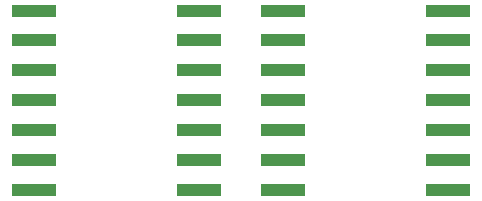
<source format=gtp>
%TF.GenerationSoftware,KiCad,Pcbnew,5.1.6*%
%TF.CreationDate,2020-09-24T12:30:59+09:00*%
%TF.ProjectId,circuit-2,63697263-7569-4742-9d32-2e6b69636164,rev?*%
%TF.SameCoordinates,Original*%
%TF.FileFunction,Paste,Top*%
%TF.FilePolarity,Positive*%
%FSLAX46Y46*%
G04 Gerber Fmt 4.6, Leading zero omitted, Abs format (unit mm)*
G04 Created by KiCad (PCBNEW 5.1.6) date 2020-09-24 12:30:59*
%MOMM*%
%LPD*%
G01*
G04 APERTURE LIST*
%ADD10R,3.810000X1.000000*%
G04 APERTURE END LIST*
D10*
%TO.C,74LS73*%
X77343000Y-48564800D03*
X77343000Y-51054000D03*
X77343000Y-53594000D03*
X77343000Y-56134000D03*
X77343000Y-58674000D03*
X77343000Y-61214000D03*
X77343000Y-63754000D03*
X91313000Y-48564800D03*
X91313000Y-51054000D03*
X91313000Y-63754000D03*
X91313000Y-58674000D03*
X91313000Y-61214000D03*
X91313000Y-56134000D03*
X91313000Y-53594000D03*
%TD*%
%TO.C,74LS00*%
X70231000Y-53594000D03*
X70231000Y-56134000D03*
X70231000Y-61214000D03*
X70231000Y-58674000D03*
X70231000Y-63754000D03*
X70231000Y-51054000D03*
X70231000Y-48564800D03*
X56261000Y-63754000D03*
X56261000Y-61214000D03*
X56261000Y-58674000D03*
X56261000Y-56134000D03*
X56261000Y-53594000D03*
X56261000Y-51054000D03*
X56261000Y-48564800D03*
%TD*%
M02*

</source>
